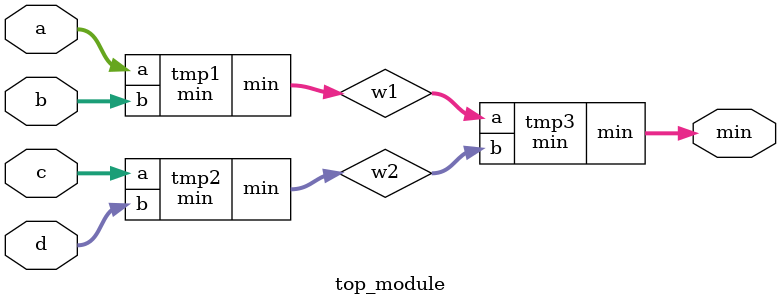
<source format=v>
module min(input [7:0] a,b, output [7:0] min);
    assign min = (a>b)?b:a;
endmodule

module top_module (
    input [7:0] a, b, c, d,
    output [7:0] min);
    
    wire [7:0] w1,w2;
    min tmp1(.a(a),.b(b),.min(w1));
    min tmp2(.a(c),.b(d),.min(w2));
    min tmp3(.a(w1),.b(w2),.min(min));

endmodule

</source>
